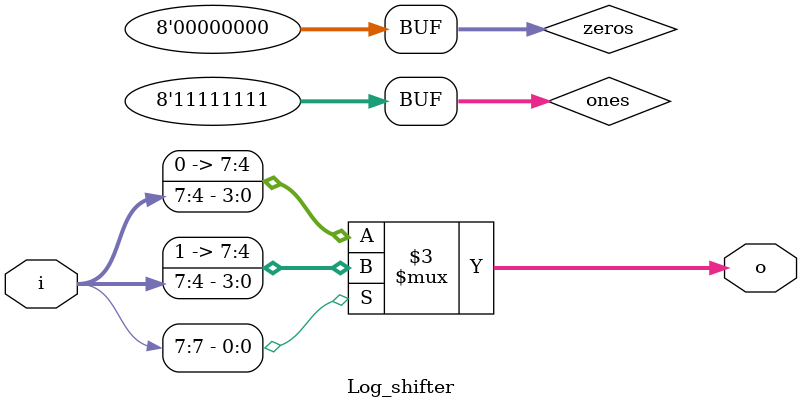
<source format=v>
module tt_um_afasolino (
    input  wire [7:0] ui_in,    // Dedicated inputs 
    output wire [7:0] uo_out,   // Dedicated outputs 
    input  wire [7:0] uio_in,   // IOs: Bidirectional Input path
    output wire [7:0] uio_out,  // IOs: Bidirectional Output path
    output wire [7:0] uio_oe,   // IOs: Bidirectional Enable path (active high: 0=input, 1=output)
    input  wire       ena,      // will go high when the design is enabled
    input  wire       clk,      // clock
    input  wire       rst_n     // reset_n - low to reset
);

assign uio_oe = 8'h00;
assign uio_out = 8'h00;

topmodule topmodule(
  .InPE(ui_in[6:3]),
  .clk(clk),
  .enable(ena),
  .NEP(uio_in[0]),
  .SignExEn(ui_in[7]),
  .rst(rst_n),
  .InputSel(ui_in[1:0]),
  .w(uio_in[3:1]),
  .EPcount(uio_in[7:4]),
  .o(uo_out)
);

endmodule

module topmodule (
  input [3:0] InPE,
  input clk,
  input enable,
  input clear,
  input NEP,
  input SignExEn,
  input rst,
  input [1:0] InputSel,
  input [2:0] w,
  input [3:0] EPcount,
  output reg [7:0] o
);


  wire [2:0] expResult;
  wire [17:0] eResult;
  wire [9:0] result;
  
   always @* begin
     case (InputSel)
        4'b00: o <= result[7:0];
        4'b01: o <= {eResult[4:0],expResult};
        4'b10: o <= eResult[12:5];
        default: o <= {result[9:8], eResult[17:13]};
     endcase
    end
  wire s;
  wire [1:0] c;
  wire [2:0] w_reg0;
  reg [2:0] w_reg;
  wire [3:0] InPE_reg0;
  reg [3:0] InPE_reg;
  reg [4:0] InPE_aux;
  reg [5:0] saux,a, a_aux;
  
  D_FF #(3) w_FF (
    .d(w),
    .clk(clk),
    .enable(enable),
    .clear(clear),
    .rst(rst),
    .q(w_reg0)
  );
  
always @* begin
     w_reg=w_reg0;
end

  D_FF #(4) InPE_FF (
    .d(InPE),
    .clk(clk),
    .enable(enable),
    .rst(rst),
    .clear(clear),
    .q(InPE_reg0)
  );
always @* begin
     InPE_reg=InPE_reg0;
end
  always @(*) begin
    case (SignExEn)
      1'b1: InPE_aux = {InPE_reg[3], InPE_reg};
      default: InPE_aux = {1'b0, InPE_reg};
    endcase
  end

  BoothEncoderMod Encoder (
    .x2(w_reg[2]),
    .x1(w_reg[1]),
    .x0(w_reg[0]),
    .sign(s),
    .C(c)
  );

  always @* begin
    case (c)
      2'b10: a_aux = {InPE_aux, 1'b0};
      2'b01: a_aux = {InPE_aux[4], InPE_aux};
      default: a_aux = 6'b0;
    endcase
  end

  always @* begin
    saux<= {s,s,s,s,s,s};
      a <= saux ^ a_aux;
  end

  DAAforNE DAA (
    .x(a),
    .clk(clk),
    .enable(enable),
    .clear(clear),
    .NEP(NEP),
    .Cin(s),
    .rst(rst),
    .EPcount(EPcount),
    .expResult(expResult),
    .eResult(eResult),
    .result(result)
  );

endmodule

module BoothEncoderMod (
  input x2,
  input x1,
  input x0,
  output reg sign,
  output reg [1:0] C
);

  always @(x2 or x1 or x0) begin
    sign = x2 & ~(x2 & x1 & x0);
    C[0] = x0 ^ x1;
    C[1] = (x0 & x1 & ~x2) | (x2 & ~x1 & ~x0);
  end

endmodule

module CU_MAC2(
    input clk,
    input enable,
    input clear,
    input a,
    input b,
    input [1:0] res,
    input [2:0] Nshift,
    input co,
    input rst,
    output reg inc,
    output reg decr
);

reg inc_aux, decr_aux;
wire inc_reg, decr_reg;

always @(posedge clk or posedge clear) begin
    if (clear)
        inc_aux <= 1'b0;
    else begin
        inc_aux <= (~a & ~b & ~co & res[1]) | (a & b & co & ~res[1]) & ~Nshift;
    end
end

always @(posedge clk or posedge clear) begin
    if (clear)
        decr_aux <= 1'b0;
    else begin
        decr_aux <= ~inc_aux & (~co & (res[1] ^ res[0])) & Nshift;
    end
end

D_FF #(1) inc_FF (
    .d(inc_aux),
    .clk(clk),
    .enable(enable),
    .rst(rst),
    .clear(clear),
    .q(inc_reg)
);

D_FF #(1) decr_FF (
    .d(decr_aux),
    .clk(clk),
    .enable(enable),
        .rst(rst),

    .clear(clear),
    .q(decr_reg)
);

always @* begin
    inc <= inc_reg;
    decr <= decr_reg;
end

endmodule

module D_FF #(parameter N=4) (
    input [N-1:0] d,
    input clk,
    input enable,
    input clear,
    input rst,
    output reg [N-1:0] q
);

//always @(posedge clk or negedge rst) begin
//    if (!rst)
//        q <= {N{1'b0}};
//    else if (enable)
//        if (clear)
//           q <= {N{1'b0}};
//        else
//            q <= d;
//end

always @(posedge clk or negedge rst) begin
    if (!rst)
        q <= {N{1'b0}};
    else if (enable)
        if (clear)
           q <= {N{1'b0}};
        else
            q <= d;
end
//always @(posedge clk or negedge rst) begin
//    if (!rst)
//        q <= {N{1'b0}};
//    else if (clear)
//        q <= {N{1'b0}};
//        else if (enable)
//            q <= d;
//end



endmodule

module DAAforNE (
    input [5:0] x,
    input clk,
    input enable,
    input clear,
    input NEP,
    input Cin,
    input rst,
    input [3:0] EPcount,
    output reg [2:0] expResult,
    output reg [17:0] eResult,
    output reg [9:0] result
);

wire [17:0] inSaveFF;
reg [5:0] x_reg;
wire [9:0] b, res_reg, aux;
reg [9:0] a, res, inc_aux, decr_aux;
reg [10:0] res_aux, CinAux;
wire [9:0] r_a, OutAllined1;
reg [9:0] r_a1, r_a2;
wire [7:0] x_reg_se_aux;
reg [7:0] x_reg_se;
reg IncOrDec_sel, IncOrDec_sel2, selAllineMUX2, selSaveMUX, co;
wire NEP_reg2, inc, decr, co_reg;
reg Cin_reg;
reg En0, En1, En2, En3, En4, En5, En6, En7, En8;
wire [2:0] N_shift;
wire [1:0] r_a_save_aux;
reg [1:0] r_a_save;

//D_FF #(6) x_FF (.d(x), .clk(clk), .enable(enable), .clear(clear), .q(x_reg));
//D_FF #(1) Cin_FF (.d(Cin), .clk(clk), .enable(enable), .clear(clear), .q(Cin_reg));
//D_FF #(1) NEP_FF (.d(NEP), .clk(clk), .enable(enable), .clear(clear), .q(NEP_reg));
//D_FF #(1) NEP_FF2 (.d(NEP_reg), .clk(clk), .enable(enable), .clear(clear), .q(NEP_reg2));
D_FF #(1) NEP_FF2 (.d(NEP), .clk(clk),     .rst(rst), .enable(enable), .clear(clear), .q(NEP_reg2));

always @* begin
    x_reg = x;
    Cin_reg = Cin;
end

always @* begin
    case (x_reg[5])
        1'b1: x_reg_se = {2'b11, x_reg};
        default: x_reg_se = {2'b00, x_reg};
    endcase
end

ShiftRight_2  LogShift (.i(x_reg_se), .N_shift(N_shift), .o(x_reg_se_aux));
always @* begin
    case (x_reg_se_aux[7])
        1'b1: a = {2'b11, x_reg_se_aux};
        default: a = {2'b00, x_reg_se_aux[6:0]};
    endcase
end
ShiftCounter2 ShiftCounter (.clk(clk), .clear(clear), .enable(enable), .inc(inc), .dec(decr), .shiftCount(N_shift));

always @* begin
    CinAux = {10'b0000000000, Cin_reg};
end

always @* begin
    res_aux = $signed(a) + $signed(b) + $signed(CinAux);
    res = res_aux[9:0];
    co = res_aux[10];
end

CU_MAC2 CU (.clk(clk), .clear(clear), .enable(enable), .a(a[9]), .b(b[9]), .res(res[9:8]), .Nshift(N_shift), .co(co), .inc(inc), .decr(decr));

D_FF #(10) res_FF (.d(res), .clk(clk), .enable(enable),     .rst(rst), .clear(clear), .q(res_reg));
D_FF #(1) Co_FF (.d(co), .clk(clk), .enable(enable),     .rst(rst), .clear(clear), .q(co_reg));

always @* begin
    IncOrDec_sel = ~inc & decr;
    inc_aux = {co_reg, res_reg[9:1]};
    decr_aux = {res_reg[8:0], 1'b0};
end

Mux_2 #(10) IncOrDec_MUX (.i0(inc_aux), .i1(decr_aux), .sel(IncOrDec_sel), .o(aux));
always @* begin
    IncOrDec_sel2 = inc | decr;
end
Mux_2 #(10) IncOrDec_MUX2 (.i0(res_reg), .i1(aux), .sel(IncOrDec_sel2), .o(r_a));
always @* begin
    r_a1 = {r_a[9], r_a[9:1]};
    r_a2 = {r_a[9], r_a[9], r_a[9:2]};
end
Mux_2 #(10) AllignMUX1 (.i0(r_a2), .i1(r_a1), .sel(N_shift[0]), .o(OutAllined1));

always @* begin 
    selAllineMUX2 = ~|N_shift[2:1] & NEP_reg2;
end
Mux_2 #(10) AllignMUX2 (.i0(r_a), .i1(OutAllined1), .sel(selAllineMUX2), .o(b));

always @* begin 
    r_a_save = {r_a[0], 1'b0};
    selSaveMUX = N_shift[0];
end

Mux_2 #(2) SaveMUX (.i0(r_a[1:0]), .i1(r_a_save), .sel(selSaveMUX), .o(r_a_save_aux));

always @* begin
     En0 = (EPcount == 4'b0000 && ~|N_shift[2:1] && NEP == 1'b1);
     En1 = (EPcount == 4'b0001 && ~|N_shift[2:1]  && NEP == 1'b1);
     En2 = (EPcount == 4'b0010 && ~|N_shift[2:1]  && NEP == 1'b1);
     En3 = (EPcount == 4'b0011 && ~|N_shift[2:1]  && NEP == 1'b1);
     En4 = (EPcount == 4'b0100 && ~|N_shift[2:1]  && NEP == 1'b1);
     En5 = (EPcount == 4'b0101 && ~|N_shift[2:1]  && NEP == 1'b1);
     En6 = (EPcount == 4'b0110 && ~|N_shift[2:1]  && NEP == 1'b1);
     En7 = (EPcount == 4'b0111 && ~|N_shift[2:1]  && NEP == 1'b1);
     En8 = (EPcount == 4'b1000 && ~|N_shift[2:1]  && NEP == 1'b1);
end
// Aggiungi tutti gli altri Save_FF con i rispettivi ENx
D_FF #(2) Save_FF0 (.d(r_a_save_aux), .clk(clk), .enable(En0), .clear(clear),     .rst(rst), .q(inSaveFF[1:0]));
D_FF #(2) Save_FF1 (.d(r_a_save_aux), .clk(clk), .enable(En1), .clear(clear), .rst(rst),.q(inSaveFF[3:2]));
D_FF #(2) Save_FF2 (.d(r_a_save_aux), .clk(clk), .enable(En2), .clear(clear), .rst(rst),.q(inSaveFF[5:4]));
D_FF #(2) Save_FF3 (.d(r_a_save_aux), .clk(clk), .enable(En3), .clear(clear), .rst(rst),.q(inSaveFF[7:6]));
D_FF #(2) Save_FF4 (.d(r_a_save_aux), .clk(clk), .enable(En4), .clear(clear), .rst(rst),.q(inSaveFF[9:8]));
D_FF #(2) Save_FF5 (.d(r_a_save_aux), .clk(clk), .enable(En5), .clear(clear), .rst(rst),.q(inSaveFF[11:10]));
D_FF #(2) Save_FF6 (.d(r_a_save_aux), .clk(clk), .enable(En6), .clear(clear), .rst(rst),.q(inSaveFF[13:12]));
D_FF #(2) Save_FF7 (.d(r_a_save_aux), .clk(clk), .enable(En7), .clear(clear), .rst(rst),.q(inSaveFF[15:14]));
D_FF #(2) Save_FF8 (.d(r_a_save_aux), .clk(clk), .enable(En8), .clear(clear), .rst(rst),.q(inSaveFF[17:16]));

always @* begin
    eResult=inSaveFF;
    result=b;
    expResult=N_shift;
end

endmodule

module Mux_2 #(parameter N=4) (
    input [N-1:0] i0,
    input [N-1:0] i1,
    output reg [N-1:0] o,
    input sel
);

always @* begin
    if (sel)
        o = i1;
    else
        o = i0;
end

endmodule

module ShiftCounter2(
    input inc,
    input dec,
    input clk,
    input clear,
    input enable,
    output reg [2:0] shiftCount
);

reg [2:0] incDecr, a, b, res;
reg incDecr_sel, idle_sel;

always @* begin
    incDecr_sel <= ~inc & dec;
    idle_sel <= inc | dec;
    res=a+b;
    shiftCount <= res;
end

always @* begin
    if (incDecr_sel)
        incDecr <= 3'b111;
    else
        incDecr <= 3'b001;
end

always @* begin
    if (idle_sel)
        a <=incDecr;
    else
        a <= 3'b0;
end

always @(posedge clk or posedge clear) begin
    if (clear)
        b <= 3'b0;
    else if (enable)
        b <= res;
end

endmodule


module ShiftRight_2(
    input [7:0] i,
    output reg [7:0] o,
    input [2:0] N_shift
);

wire [7:0] i_4_in, i_4_out;
wire [7:0] i_2_in, i_2_out;
wire [7:0] i_1_out;
reg [7:0] i_1_in;

Log_shifter #(4) shifter_4 
(
    .i(i),
    .o(i_4_in)
);

Mux_2 #(8) shift_4_MUX (
    .i0(i),
    .i1(i_4_in),
    .o(i_4_out),
    .sel(N_shift[2])
);

Log_shifter #(2) shifter_2 (
    .i(i_4_out),
    .o(i_2_in)
);

Mux_2 #(8) shift_2_MUX (
    .i0(i_4_out),
    .i1(i_2_in),
    .o(i_2_out),
    .sel(N_shift[1])
);

always @* begin
     i_1_in = {i[7], i_2_out[7:1]};
end

Mux_2 #(8) shift_1_MUX (
    .i0(i_2_out),
    .i1(i_1_in),
    .o(i_1_out),
    .sel(N_shift[0])
);

always @* begin
    o = i_1_out;
end

endmodule



module Log_shifter #(parameter N=4)(
    input [7:0] i,
    output reg [7:0] o
);

wire [7:0] ones = {1'b1,1'b1,1'b1,1'b1,1'b1,1'b1,1'b1,1'b1};
wire [7:0] zeros = {1'b0,1'b0,1'b0,1'b0,1'b0,1'b0,1'b0,1'b0};

always @* begin
    if (i[7])
        o = {ones[N-1:0],i[7:N]};
    else
        o = {zeros[N-1:0],i[7:N]};
end

endmodule
</source>
